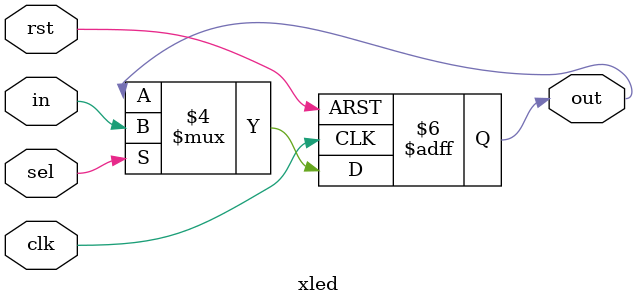
<source format=v>
`timescale 1ns / 1ps
`include "xdefs.vh"

module xled (
	     input clk,
	     input rst,
	     input sel,
	     input in,
	     output reg out
	    );

always@(posedge clk, posedge rst)
  if(rst == 1)
    out <= 1'b0;
  else if (sel == 1)    
    out <= in;   

endmodule

</source>
